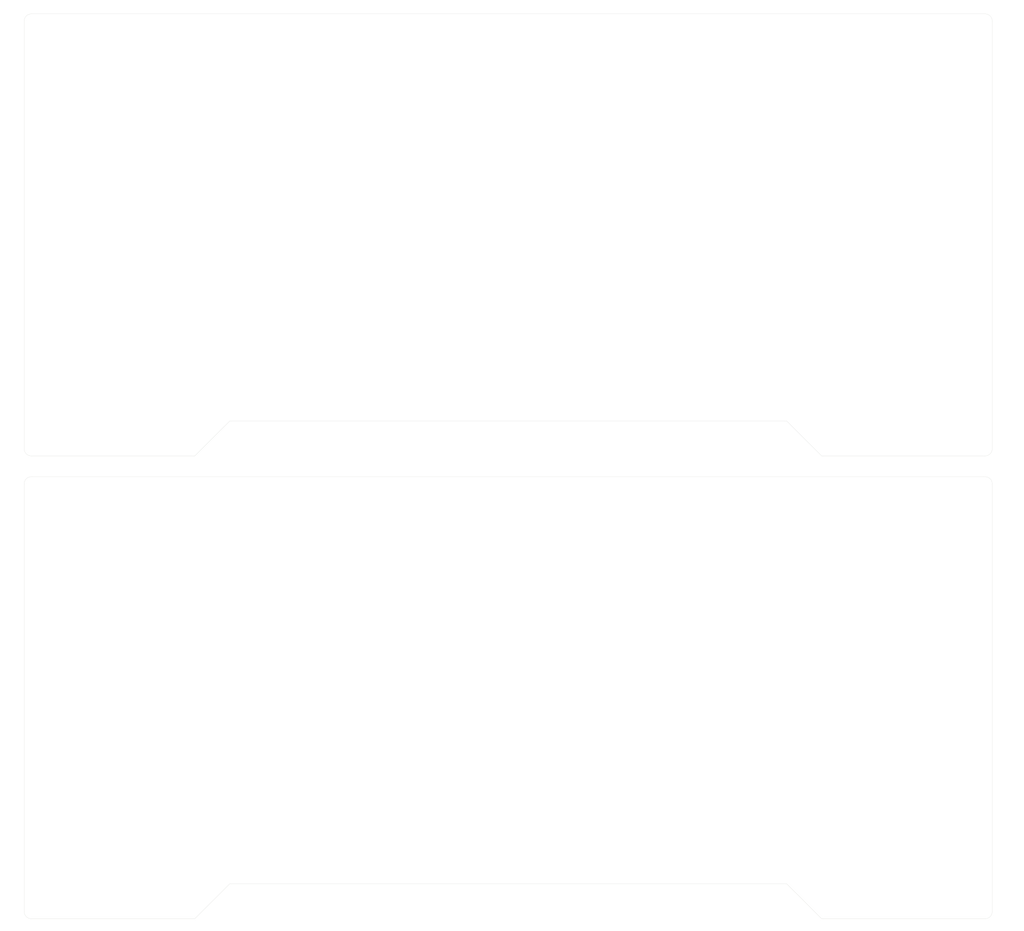
<source format=kicad_pcb>
(kicad_pcb (version 20171130) (host pcbnew "(5.1.2-1)-1")

  (general
    (thickness 1.6)
    (drawings 40)
    (tracks 0)
    (zones 0)
    (modules 0)
    (nets 1)
  )

  (page A3)
  (title_block
    (title "keyboard bridge for MacBook Pro 15inch 2018")
    (date 2019-12-19)
  )

  (layers
    (0 F.Cu signal)
    (31 B.Cu signal)
    (32 B.Adhes user)
    (33 F.Adhes user)
    (34 B.Paste user)
    (35 F.Paste user)
    (36 B.SilkS user)
    (37 F.SilkS user)
    (38 B.Mask user)
    (39 F.Mask user)
    (40 Dwgs.User user)
    (41 Cmts.User user)
    (42 Eco1.User user)
    (43 Eco2.User user)
    (44 Edge.Cuts user)
    (45 Margin user)
    (46 B.CrtYd user)
    (47 F.CrtYd user)
    (48 B.Fab user)
    (49 F.Fab user)
  )

  (setup
    (last_trace_width 0.25)
    (trace_clearance 0.2)
    (zone_clearance 0.508)
    (zone_45_only no)
    (trace_min 0.2)
    (via_size 0.8)
    (via_drill 0.4)
    (via_min_size 0.4)
    (via_min_drill 0.3)
    (uvia_size 0.3)
    (uvia_drill 0.1)
    (uvias_allowed no)
    (uvia_min_size 0.2)
    (uvia_min_drill 0.1)
    (edge_width 0.05)
    (segment_width 0.2)
    (pcb_text_width 0.3)
    (pcb_text_size 1.5 1.5)
    (mod_edge_width 0.12)
    (mod_text_size 1 1)
    (mod_text_width 0.15)
    (pad_size 1.524 1.524)
    (pad_drill 0.762)
    (pad_to_mask_clearance 0.051)
    (solder_mask_min_width 0.25)
    (aux_axis_origin 0 0)
    (visible_elements FFFFFF7F)
    (pcbplotparams
      (layerselection 0x01100_7ffffffe)
      (usegerberextensions false)
      (usegerberattributes false)
      (usegerberadvancedattributes false)
      (creategerberjobfile false)
      (excludeedgelayer false)
      (linewidth 0.100000)
      (plotframeref false)
      (viasonmask false)
      (mode 1)
      (useauxorigin false)
      (hpglpennumber 1)
      (hpglpenspeed 20)
      (hpglpendiameter 15.000000)
      (psnegative false)
      (psa4output false)
      (plotreference false)
      (plotvalue false)
      (plotinvisibletext false)
      (padsonsilk false)
      (subtractmaskfromsilk false)
      (outputformat 4)
      (mirror false)
      (drillshape 2)
      (scaleselection 1)
      (outputdirectory ""))
  )

  (net 0 "")

  (net_class Default "これはデフォルトのネット クラスです。"
    (clearance 0.2)
    (trace_width 0.25)
    (via_dia 0.8)
    (via_drill 0.4)
    (uvia_dia 0.3)
    (uvia_drill 0.1)
  )

  (dimension 260 (width 0.15) (layer Dwgs.User)
    (gr_text "260.000 mm" (at 305.3 150 90) (layer Dwgs.User)
      (effects (font (size 1 1) (thickness 0.15)))
    )
    (feature1 (pts (xy 298 20) (xy 304.586421 20)))
    (feature2 (pts (xy 298 280) (xy 304.586421 280)))
    (crossbar (pts (xy 304 280) (xy 304 20)))
    (arrow1a (pts (xy 304 20) (xy 304.586421 21.126504)))
    (arrow1b (pts (xy 304 20) (xy 303.413579 21.126504)))
    (arrow2a (pts (xy 304 280) (xy 304.586421 278.873496)))
    (arrow2b (pts (xy 304 280) (xy 303.413579 278.873496)))
  )
  (dimension 6 (width 0.15) (layer Dwgs.User)
    (gr_text "6.000 mm" (at 301.3 150 90) (layer Dwgs.User)
      (effects (font (size 1 1) (thickness 0.15)))
    )
    (feature1 (pts (xy 298 147) (xy 300.586421 147)))
    (feature2 (pts (xy 298 153) (xy 300.586421 153)))
    (crossbar (pts (xy 300 153) (xy 300 147)))
    (arrow1a (pts (xy 300 147) (xy 300.586421 148.126504)))
    (arrow1b (pts (xy 300 147) (xy 299.413579 148.126504)))
    (arrow2a (pts (xy 300 153) (xy 300.586421 151.873496)))
    (arrow2b (pts (xy 300 153) (xy 299.413579 151.873496)))
  )
  (dimension 278 (width 0.15) (layer Dwgs.User) (tstamp 5DFAD787)
    (gr_text "278.000 mm" (at 159 149.7) (layer Dwgs.User) (tstamp 5DFAD788)
      (effects (font (size 1 1) (thickness 0.15)))
    )
    (feature1 (pts (xy 298 153) (xy 298 150.413579)))
    (feature2 (pts (xy 20 153) (xy 20 150.413579)))
    (crossbar (pts (xy 20 151) (xy 298 151)))
    (arrow1a (pts (xy 298 151) (xy 296.873496 151.586421)))
    (arrow1b (pts (xy 298 151) (xy 296.873496 150.413579)))
    (arrow2a (pts (xy 20 151) (xy 21.126504 151.586421)))
    (arrow2b (pts (xy 20 151) (xy 21.126504 150.413579)))
  )
  (dimension 127 (width 0.15) (layer Dwgs.User) (tstamp 5DFAD7AB)
    (gr_text "127.000 mm" (at 16.7 216.5 90) (layer Dwgs.User) (tstamp 5DFAD7AC)
      (effects (font (size 1 1) (thickness 0.15)))
    )
    (feature1 (pts (xy 20 153) (xy 17.413579 153)))
    (feature2 (pts (xy 20 280) (xy 17.413579 280)))
    (crossbar (pts (xy 18 280) (xy 18 153)))
    (arrow1a (pts (xy 18 153) (xy 18.586421 154.126504)))
    (arrow1b (pts (xy 18 153) (xy 17.413579 154.126504)))
    (arrow2a (pts (xy 18 280) (xy 18.586421 278.873496)))
    (arrow2b (pts (xy 18 280) (xy 17.413579 278.873496)))
  )
  (gr_line (start 22 153) (end 296 153) (layer Edge.Cuts) (width 0.05) (tstamp 5DFAD762))
  (gr_line (start 298 155) (end 298 278) (layer Edge.Cuts) (width 0.05) (tstamp 5DFAD765))
  (gr_line (start 296 280) (end 249 280) (layer Edge.Cuts) (width 0.05) (tstamp 5DFAD768))
  (gr_line (start 239 270) (end 79 270) (layer Edge.Cuts) (width 0.05) (tstamp 5DFAD76B))
  (gr_line (start 69 280) (end 22 280) (layer Edge.Cuts) (width 0.05) (tstamp 5DFAD76E))
  (gr_line (start 20 278) (end 20 155) (layer Edge.Cuts) (width 0.05) (tstamp 5DFAD771))
  (gr_line (start 239 270) (end 249 280) (layer Edge.Cuts) (width 0.05) (tstamp 5DFAD774))
  (gr_line (start 79 270) (end 69 280) (layer Edge.Cuts) (width 0.05) (tstamp 5DFAD777))
  (gr_arc (start 22 155) (end 22 153) (angle -90) (layer Edge.Cuts) (width 0.05) (tstamp 5DFAD77A))
  (gr_arc (start 296 155) (end 298 155) (angle -90) (layer Edge.Cuts) (width 0.05) (tstamp 5DFAD77D))
  (gr_arc (start 296 278) (end 296 280) (angle -90) (layer Edge.Cuts) (width 0.05) (tstamp 5DFAD780))
  (gr_arc (start 22 278) (end 20 278) (angle -90) (layer Edge.Cuts) (width 0.05) (tstamp 5DFAD783))
  (dimension 49 (width 0.15) (layer Dwgs.User) (tstamp 5DFAD78D)
    (gr_text "49.000 mm" (at 44.5 283.3) (layer Dwgs.User) (tstamp 5DFAD78E)
      (effects (font (size 1 1) (thickness 0.15)))
    )
    (feature1 (pts (xy 69 280) (xy 69 282.586421)))
    (feature2 (pts (xy 20 280) (xy 20 282.586421)))
    (crossbar (pts (xy 20 282) (xy 69 282)))
    (arrow1a (pts (xy 69 282) (xy 67.873496 282.586421)))
    (arrow1b (pts (xy 69 282) (xy 67.873496 281.413579)))
    (arrow2a (pts (xy 20 282) (xy 21.126504 282.586421)))
    (arrow2b (pts (xy 20 282) (xy 21.126504 281.413579)))
  )
  (dimension 160 (width 0.15) (layer Dwgs.User) (tstamp 5DFAD793)
    (gr_text "160.000 mm" (at 159 273.3) (layer Dwgs.User) (tstamp 5DFAD794)
      (effects (font (size 1 1) (thickness 0.15)))
    )
    (feature1 (pts (xy 239 270) (xy 239 272.586421)))
    (feature2 (pts (xy 79 270) (xy 79 272.586421)))
    (crossbar (pts (xy 79 272) (xy 239 272)))
    (arrow1a (pts (xy 239 272) (xy 237.873496 272.586421)))
    (arrow1b (pts (xy 239 272) (xy 237.873496 271.413579)))
    (arrow2a (pts (xy 79 272) (xy 80.126504 272.586421)))
    (arrow2b (pts (xy 79 272) (xy 80.126504 271.413579)))
  )
  (dimension 14.142136 (width 0.15) (layer Dwgs.User) (tstamp 5DFAD799)
    (gr_text "14.142 mm" (at 77.919239 278.919239 45) (layer Dwgs.User) (tstamp 5DFAD79A)
      (effects (font (size 1 1) (thickness 0.15)))
    )
    (feature1 (pts (xy 79 270) (xy 82.414662 273.414662)))
    (feature2 (pts (xy 69 280) (xy 72.414662 283.414662)))
    (crossbar (pts (xy 72 283) (xy 82 273)))
    (arrow1a (pts (xy 82 273) (xy 81.618104 274.211221)))
    (arrow1b (pts (xy 82 273) (xy 80.788779 273.381896)))
    (arrow2a (pts (xy 72 283) (xy 73.211221 282.618104)))
    (arrow2b (pts (xy 72 283) (xy 72.381896 281.788779)))
  )
  (dimension 14.142136 (width 0.15) (layer Dwgs.User) (tstamp 5DFAD79F)
    (gr_text "14.142 mm" (at 240.080761 278.919239 315) (layer Dwgs.User) (tstamp 5DFAD7A0)
      (effects (font (size 1 1) (thickness 0.15)))
    )
    (feature1 (pts (xy 249 280) (xy 245.585338 283.414662)))
    (feature2 (pts (xy 239 270) (xy 235.585338 273.414662)))
    (crossbar (pts (xy 236 273) (xy 246 283)))
    (arrow1a (pts (xy 246 283) (xy 244.788779 282.618104)))
    (arrow1b (pts (xy 246 283) (xy 245.618104 281.788779)))
    (arrow2a (pts (xy 236 273) (xy 236.381896 274.211221)))
    (arrow2b (pts (xy 236 273) (xy 237.211221 273.381896)))
  )
  (dimension 49 (width 0.15) (layer Dwgs.User) (tstamp 5DFAD7A5)
    (gr_text "49.000 mm" (at 273.5 283.3) (layer Dwgs.User) (tstamp 5DFAD7A6)
      (effects (font (size 1 1) (thickness 0.15)))
    )
    (feature1 (pts (xy 298 280) (xy 298 282.586421)))
    (feature2 (pts (xy 249 280) (xy 249 282.586421)))
    (crossbar (pts (xy 249 282) (xy 298 282)))
    (arrow1a (pts (xy 298 282) (xy 296.873496 282.586421)))
    (arrow1b (pts (xy 298 282) (xy 296.873496 281.413579)))
    (arrow2a (pts (xy 249 282) (xy 250.126504 282.586421)))
    (arrow2b (pts (xy 249 282) (xy 250.126504 281.413579)))
  )
  (dimension 49 (width 0.15) (layer Dwgs.User) (tstamp 5DFAD7B7)
    (gr_text "49.000 mm" (at 273.5 150.3) (layer Dwgs.User) (tstamp 5DFAD7B8)
      (effects (font (size 1 1) (thickness 0.15)))
    )
    (feature1 (pts (xy 298 147) (xy 298 149.586421)))
    (feature2 (pts (xy 249 147) (xy 249 149.586421)))
    (crossbar (pts (xy 249 149) (xy 298 149)))
    (arrow1a (pts (xy 298 149) (xy 296.873496 149.586421)))
    (arrow1b (pts (xy 298 149) (xy 296.873496 148.413579)))
    (arrow2a (pts (xy 249 149) (xy 250.126504 149.586421)))
    (arrow2b (pts (xy 249 149) (xy 250.126504 148.413579)))
  )
  (dimension 14.142136 (width 0.15) (layer Dwgs.User)
    (gr_text "14.142 mm" (at 240.080761 145.919239 315) (layer Dwgs.User)
      (effects (font (size 1 1) (thickness 0.15)))
    )
    (feature1 (pts (xy 249 147) (xy 245.585338 150.414662)))
    (feature2 (pts (xy 239 137) (xy 235.585338 140.414662)))
    (crossbar (pts (xy 236 140) (xy 246 150)))
    (arrow1a (pts (xy 246 150) (xy 244.788779 149.618104)))
    (arrow1b (pts (xy 246 150) (xy 245.618104 148.788779)))
    (arrow2a (pts (xy 236 140) (xy 236.381896 141.211221)))
    (arrow2b (pts (xy 236 140) (xy 237.211221 140.381896)))
  )
  (dimension 14.142136 (width 0.15) (layer Dwgs.User)
    (gr_text "14.142 mm" (at 77.919239 145.919239 45) (layer Dwgs.User)
      (effects (font (size 1 1) (thickness 0.15)))
    )
    (feature1 (pts (xy 79 137) (xy 82.414662 140.414662)))
    (feature2 (pts (xy 69 147) (xy 72.414662 150.414662)))
    (crossbar (pts (xy 72 150) (xy 82 140)))
    (arrow1a (pts (xy 82 140) (xy 81.618104 141.211221)))
    (arrow1b (pts (xy 82 140) (xy 80.788779 140.381896)))
    (arrow2a (pts (xy 72 150) (xy 73.211221 149.618104)))
    (arrow2b (pts (xy 72 150) (xy 72.381896 148.788779)))
  )
  (dimension 160 (width 0.15) (layer Dwgs.User)
    (gr_text "160.000 mm" (at 159 140.3) (layer Dwgs.User)
      (effects (font (size 1 1) (thickness 0.15)))
    )
    (feature1 (pts (xy 239 137) (xy 239 139.586421)))
    (feature2 (pts (xy 79 137) (xy 79 139.586421)))
    (crossbar (pts (xy 79 139) (xy 239 139)))
    (arrow1a (pts (xy 239 139) (xy 237.873496 139.586421)))
    (arrow1b (pts (xy 239 139) (xy 237.873496 138.413579)))
    (arrow2a (pts (xy 79 139) (xy 80.126504 139.586421)))
    (arrow2b (pts (xy 79 139) (xy 80.126504 138.413579)))
  )
  (dimension 49 (width 0.15) (layer Dwgs.User) (tstamp 5DFAD7B1)
    (gr_text "49.000 mm" (at 44.5 150.3) (layer Dwgs.User) (tstamp 5DFAD7B2)
      (effects (font (size 1 1) (thickness 0.15)))
    )
    (feature1 (pts (xy 69 147) (xy 69 149.586421)))
    (feature2 (pts (xy 20 147) (xy 20 149.586421)))
    (crossbar (pts (xy 20 149) (xy 69 149)))
    (arrow1a (pts (xy 69 149) (xy 67.873496 149.586421)))
    (arrow1b (pts (xy 69 149) (xy 67.873496 148.413579)))
    (arrow2a (pts (xy 20 149) (xy 21.126504 149.586421)))
    (arrow2b (pts (xy 20 149) (xy 21.126504 148.413579)))
  )
  (dimension 127 (width 0.15) (layer Dwgs.User)
    (gr_text "127.000 mm" (at 16.7 83.5 90) (layer Dwgs.User)
      (effects (font (size 1 1) (thickness 0.15)))
    )
    (feature1 (pts (xy 20 20) (xy 17.413579 20)))
    (feature2 (pts (xy 20 147) (xy 17.413579 147)))
    (crossbar (pts (xy 18 147) (xy 18 20)))
    (arrow1a (pts (xy 18 20) (xy 18.586421 21.126504)))
    (arrow1b (pts (xy 18 20) (xy 17.413579 21.126504)))
    (arrow2a (pts (xy 18 147) (xy 18.586421 145.873496)))
    (arrow2b (pts (xy 18 147) (xy 17.413579 145.873496)))
  )
  (dimension 278 (width 0.15) (layer Dwgs.User)
    (gr_text "278.000 mm" (at 159 16.7) (layer Dwgs.User)
      (effects (font (size 1 1) (thickness 0.15)))
    )
    (feature1 (pts (xy 298 20) (xy 298 17.413579)))
    (feature2 (pts (xy 20 20) (xy 20 17.413579)))
    (crossbar (pts (xy 20 18) (xy 298 18)))
    (arrow1a (pts (xy 298 18) (xy 296.873496 18.586421)))
    (arrow1b (pts (xy 298 18) (xy 296.873496 17.413579)))
    (arrow2a (pts (xy 20 18) (xy 21.126504 18.586421)))
    (arrow2b (pts (xy 20 18) (xy 21.126504 17.413579)))
  )
  (gr_arc (start 22 145) (end 20 145) (angle -90) (layer Edge.Cuts) (width 0.05))
  (gr_arc (start 296 145) (end 296 147) (angle -90) (layer Edge.Cuts) (width 0.05))
  (gr_arc (start 296 22) (end 298 22) (angle -90) (layer Edge.Cuts) (width 0.05))
  (gr_arc (start 22 22) (end 22 20) (angle -90) (layer Edge.Cuts) (width 0.05))
  (gr_line (start 79 137) (end 69 147) (layer Edge.Cuts) (width 0.05))
  (gr_line (start 239 137) (end 249 147) (layer Edge.Cuts) (width 0.05))
  (gr_line (start 20 145) (end 20 22) (layer Edge.Cuts) (width 0.05))
  (gr_line (start 69 147) (end 22 147) (layer Edge.Cuts) (width 0.05))
  (gr_line (start 239 137) (end 79 137) (layer Edge.Cuts) (width 0.05))
  (gr_line (start 296 147) (end 249 147) (layer Edge.Cuts) (width 0.05))
  (gr_line (start 298 22) (end 298 145) (layer Edge.Cuts) (width 0.05))
  (gr_line (start 22 20) (end 296 20) (layer Edge.Cuts) (width 0.05))

)

</source>
